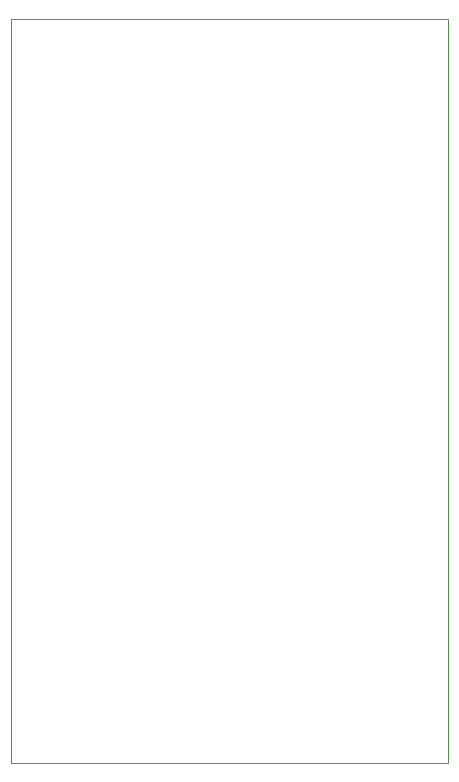
<source format=gbr>
%TF.GenerationSoftware,KiCad,Pcbnew,9.0.2*%
%TF.CreationDate,2025-06-26T16:26:35-07:00*%
%TF.ProjectId,basic-test,62617369-632d-4746-9573-742e6b696361,rev?*%
%TF.SameCoordinates,Original*%
%TF.FileFunction,Profile,NP*%
%FSLAX46Y46*%
G04 Gerber Fmt 4.6, Leading zero omitted, Abs format (unit mm)*
G04 Created by KiCad (PCBNEW 9.0.2) date 2025-06-26 16:26:35*
%MOMM*%
%LPD*%
G01*
G04 APERTURE LIST*
%TA.AperFunction,Profile*%
%ADD10C,0.050000*%
%TD*%
G04 APERTURE END LIST*
D10*
X110040000Y-65150000D02*
X147030000Y-65150000D01*
X147030000Y-128170000D01*
X110040000Y-128170000D01*
X110040000Y-65150000D01*
M02*

</source>
